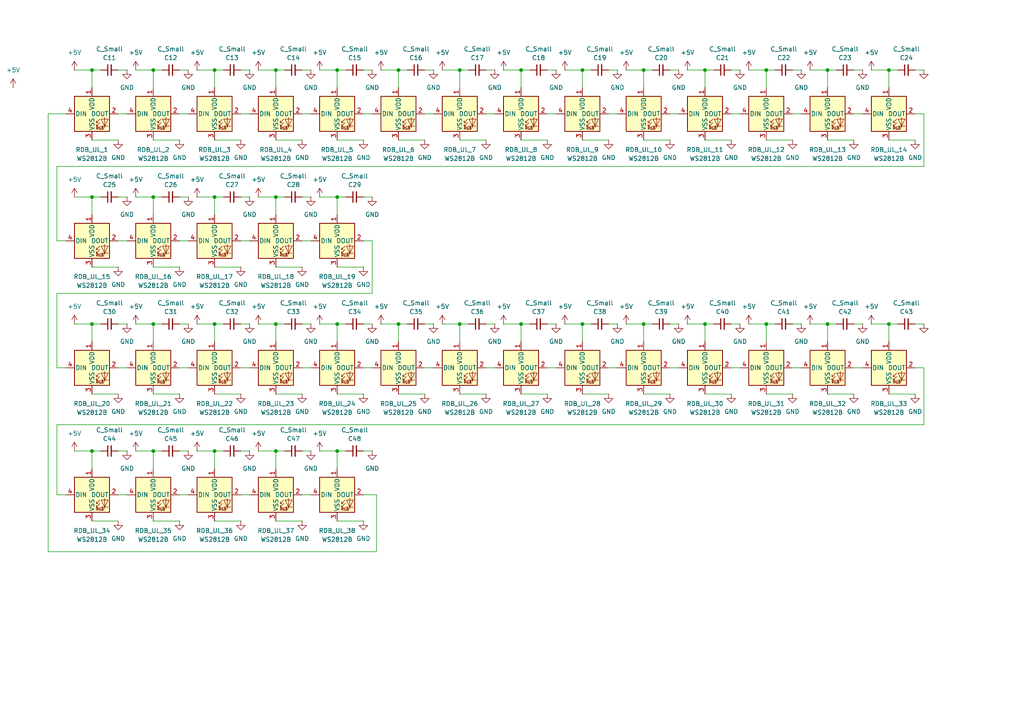
<source format=kicad_sch>
(kicad_sch (version 20231120) (generator "eeschema") (generator_version "8.0")
  (paper "A4")
  (junction (at 151.13 20.32))
  (junction (at 62.23 20.32))
  (junction (at 26.67 93.98))
  (junction (at 80.01 57.15))
  (junction (at 44.45 20.32))
  (junction (at 168.91 93.98))
  (junction (at 204.47 20.32))
  (junction (at 44.45 57.15))
  (junction (at 240.03 93.98))
  (junction (at 168.91 20.32))
  (junction (at 240.03 20.32))
  (junction (at 62.23 57.15))
  (junction (at 115.57 93.98))
  (junction (at 97.79 57.15))
  (junction (at 80.01 20.32))
  (junction (at 186.69 93.98))
  (junction (at 26.67 20.32))
  (junction (at 133.35 20.32))
  (junction (at 151.13 93.98))
  (junction (at 222.25 20.32))
  (junction (at 97.79 93.98))
  (junction (at 186.69 20.32))
  (junction (at 44.45 93.98))
  (junction (at 97.79 130.81))
  (junction (at 62.23 130.81))
  (junction (at 222.25 93.98))
  (junction (at 97.79 20.32))
  (junction (at 115.57 20.32))
  (junction (at 26.67 57.15))
  (junction (at 257.81 93.98))
  (junction (at 80.01 93.98))
  (junction (at 44.45 130.81))
  (junction (at 204.47 93.98))
  (junction (at 26.67 130.81))
  (junction (at 80.01 130.81))
  (junction (at 62.23 93.98))
  (junction (at 133.35 93.98))
  (junction (at 257.81 20.32))
  (wire (pts (xy 57.15 57.15) (xy 62.23 57.15)))
  (wire (pts (xy 97.79 20.32) (xy 97.79 25.4)))
  (wire (pts (xy 34.29 106.68) (xy 36.83 106.68)))
  (wire (pts (xy 74.93 57.15) (xy 80.01 57.15)))
  (wire (pts (xy 87.63 57.15) (xy 90.17 57.15)))
  (wire (pts (xy 26.67 151.13) (xy 34.29 151.13)))
  (wire (pts (xy 57.15 130.81) (xy 62.23 130.81)))
  (wire (pts (xy 34.29 69.85) (xy 36.83 69.85)))
  (wire (pts (xy 62.23 57.15) (xy 62.23 62.23)))
  (wire (pts (xy 115.57 20.32) (xy 115.57 25.4)))
  (wire (pts (xy 74.93 130.81) (xy 80.01 130.81)))
  (wire (pts (xy 176.53 33.02) (xy 179.07 33.02)))
  (wire (pts (xy 16.51 123.19) (xy 267.97 123.19)))
  (wire (pts (xy 105.41 130.81) (xy 107.95 130.81)))
  (wire (pts (xy 87.63 130.81) (xy 90.17 130.81)))
  (wire (pts (xy 80.01 114.3) (xy 87.63 114.3)))
  (wire (pts (xy 39.37 57.15) (xy 44.45 57.15)))
  (wire (pts (xy 52.07 93.98) (xy 54.61 93.98)))
  (wire (pts (xy 26.67 93.98) (xy 26.67 99.06)))
  (wire (pts (xy 247.65 33.02) (xy 250.19 33.02)))
  (wire (pts (xy 16.51 48.26) (xy 16.51 69.85)))
  (wire (pts (xy 105.41 57.15) (xy 107.95 57.15)))
  (wire (pts (xy 62.23 130.81) (xy 62.23 135.89)))
  (wire (pts (xy 57.15 93.98) (xy 62.23 93.98)))
  (wire (pts (xy 97.79 130.81) (xy 97.79 135.89)))
  (wire (pts (xy 44.45 130.81) (xy 44.45 135.89)))
  (wire (pts (xy 151.13 20.32) (xy 151.13 25.4)))
  (wire (pts (xy 97.79 57.15) (xy 97.79 62.23)))
  (wire (pts (xy 26.67 93.98) (xy 29.21 93.98)))
  (wire (pts (xy 44.45 114.3) (xy 52.07 114.3)))
  (wire (pts (xy 62.23 93.98) (xy 64.77 93.98)))
  (wire (pts (xy 52.07 130.81) (xy 54.61 130.81)))
  (wire (pts (xy 204.47 93.98) (xy 204.47 99.06)))
  (wire (pts (xy 39.37 130.81) (xy 44.45 130.81)))
  (wire (pts (xy 247.65 106.68) (xy 250.19 106.68)))
  (wire (pts (xy 115.57 114.3) (xy 123.19 114.3)))
  (wire (pts (xy 115.57 93.98) (xy 115.57 99.06)))
  (wire (pts (xy 87.63 20.32) (xy 90.17 20.32)))
  (wire (pts (xy 62.23 40.64) (xy 69.85 40.64)))
  (wire (pts (xy 140.97 33.02) (xy 143.51 33.02)))
  (wire (pts (xy 44.45 151.13) (xy 52.07 151.13)))
  (wire (pts (xy 252.73 93.98) (xy 257.81 93.98)))
  (wire (pts (xy 140.97 93.98) (xy 143.51 93.98)))
  (wire (pts (xy 105.41 106.68) (xy 107.95 106.68)))
  (wire (pts (xy 123.19 93.98) (xy 125.73 93.98)))
  (wire (pts (xy 52.07 106.68) (xy 54.61 106.68)))
  (wire (pts (xy 186.69 40.64) (xy 194.31 40.64)))
  (wire (pts (xy 229.87 106.68) (xy 232.41 106.68)))
  (wire (pts (xy 26.67 20.32) (xy 29.21 20.32)))
  (wire (pts (xy 92.71 57.15) (xy 97.79 57.15)))
  (wire (pts (xy 212.09 93.98) (xy 214.63 93.98)))
  (wire (pts (xy 69.85 130.81) (xy 72.39 130.81)))
  (wire (pts (xy 168.91 40.64) (xy 176.53 40.64)))
  (wire (pts (xy 110.49 20.32) (xy 115.57 20.32)))
  (wire (pts (xy 97.79 114.3) (xy 105.41 114.3)))
  (wire (pts (xy 80.01 93.98) (xy 82.55 93.98)))
  (wire (pts (xy 52.07 57.15) (xy 54.61 57.15)))
  (wire (pts (xy 74.93 93.98) (xy 80.01 93.98)))
  (wire (pts (xy 69.85 20.32) (xy 72.39 20.32)))
  (wire (pts (xy 39.37 20.32) (xy 44.45 20.32)))
  (wire (pts (xy 62.23 20.32) (xy 62.23 25.4)))
  (wire (pts (xy 34.29 20.32) (xy 36.83 20.32)))
  (wire (pts (xy 151.13 93.98) (xy 151.13 99.06)))
  (wire (pts (xy 52.07 69.85) (xy 54.61 69.85)))
  (wire (pts (xy 115.57 40.64) (xy 123.19 40.64)))
  (wire (pts (xy 146.05 93.98) (xy 151.13 93.98)))
  (wire (pts (xy 234.95 93.98) (xy 240.03 93.98)))
  (wire (pts (xy 69.85 143.51) (xy 72.39 143.51)))
  (wire (pts (xy 204.47 114.3) (xy 212.09 114.3)))
  (wire (pts (xy 44.45 57.15) (xy 46.99 57.15)))
  (wire (pts (xy 26.67 20.32) (xy 26.67 25.4)))
  (wire (pts (xy 44.45 77.47) (xy 52.07 77.47)))
  (wire (pts (xy 140.97 20.32) (xy 143.51 20.32)))
  (wire (pts (xy 217.17 93.98) (xy 222.25 93.98)))
  (wire (pts (xy 44.45 130.81) (xy 46.99 130.81)))
  (wire (pts (xy 80.01 77.47) (xy 87.63 77.47)))
  (wire (pts (xy 21.59 130.81) (xy 26.67 130.81)))
  (wire (pts (xy 229.87 93.98) (xy 232.41 93.98)))
  (wire (pts (xy 16.51 69.85) (xy 19.05 69.85)))
  (wire (pts (xy 34.29 93.98) (xy 36.83 93.98)))
  (wire (pts (xy 186.69 114.3) (xy 194.31 114.3)))
  (wire (pts (xy 222.25 20.32) (xy 222.25 25.4)))
  (wire (pts (xy 199.39 93.98) (xy 204.47 93.98)))
  (wire (pts (xy 62.23 20.32) (xy 64.77 20.32)))
  (wire (pts (xy 252.73 20.32) (xy 257.81 20.32)))
  (wire (pts (xy 257.81 20.32) (xy 260.35 20.32)))
  (wire (pts (xy 123.19 20.32) (xy 125.73 20.32)))
  (wire (pts (xy 87.63 143.51) (xy 90.17 143.51)))
  (wire (pts (xy 92.71 93.98) (xy 97.79 93.98)))
  (wire (pts (xy 204.47 40.64) (xy 212.09 40.64)))
  (wire (pts (xy 92.71 20.32) (xy 97.79 20.32)))
  (wire (pts (xy 34.29 33.02) (xy 36.83 33.02)))
  (wire (pts (xy 140.97 106.68) (xy 143.51 106.68)))
  (wire (pts (xy 62.23 57.15) (xy 64.77 57.15)))
  (wire (pts (xy 176.53 93.98) (xy 179.07 93.98)))
  (wire (pts (xy 69.85 106.68) (xy 72.39 106.68)))
  (wire (pts (xy 168.91 93.98) (xy 168.91 99.06)))
  (wire (pts (xy 26.67 77.47) (xy 34.29 77.47)))
  (wire (pts (xy 97.79 151.13) (xy 105.41 151.13)))
  (wire (pts (xy 21.59 57.15) (xy 26.67 57.15)))
  (wire (pts (xy 163.83 20.32) (xy 168.91 20.32)))
  (wire (pts (xy 222.25 114.3) (xy 229.87 114.3)))
  (wire (pts (xy 52.07 33.02) (xy 54.61 33.02)))
  (wire (pts (xy 115.57 93.98) (xy 118.11 93.98)))
  (wire (pts (xy 168.91 20.32) (xy 168.91 25.4)))
  (wire (pts (xy 133.35 20.32) (xy 133.35 25.4)))
  (wire (pts (xy 194.31 20.32) (xy 196.85 20.32)))
  (wire (pts (xy 123.19 106.68) (xy 125.73 106.68)))
  (wire (pts (xy 87.63 106.68) (xy 90.17 106.68)))
  (wire (pts (xy 204.47 20.32) (xy 204.47 25.4)))
  (wire (pts (xy 240.03 20.32) (xy 240.03 25.4)))
  (wire (pts (xy 110.49 93.98) (xy 115.57 93.98)))
  (wire (pts (xy 105.41 93.98) (xy 107.95 93.98)))
  (wire (pts (xy 52.07 20.32) (xy 54.61 20.32)))
  (wire (pts (xy 87.63 69.85) (xy 90.17 69.85)))
  (wire (pts (xy 257.81 40.64) (xy 265.43 40.64)))
  (wire (pts (xy 16.51 106.68) (xy 19.05 106.68)))
  (wire (pts (xy 158.75 93.98) (xy 161.29 93.98)))
  (wire (pts (xy 158.75 106.68) (xy 161.29 106.68)))
  (wire (pts (xy 257.81 93.98) (xy 260.35 93.98)))
  (wire (pts (xy 234.95 20.32) (xy 240.03 20.32)))
  (wire (pts (xy 146.05 20.32) (xy 151.13 20.32)))
  (wire (pts (xy 181.61 20.32) (xy 186.69 20.32)))
  (wire (pts (xy 204.47 93.98) (xy 207.01 93.98)))
  (wire (pts (xy 158.75 33.02) (xy 161.29 33.02)))
  (wire (pts (xy 105.41 143.51) (xy 109.22 143.51)))
  (wire (pts (xy 186.69 20.32) (xy 186.69 25.4)))
  (wire (pts (xy 186.69 93.98) (xy 186.69 99.06)))
  (wire (pts (xy 133.35 20.32) (xy 135.89 20.32)))
  (wire (pts (xy 151.13 114.3) (xy 158.75 114.3)))
  (wire (pts (xy 212.09 33.02) (xy 214.63 33.02)))
  (wire (pts (xy 265.43 93.98) (xy 267.97 93.98)))
  (wire (pts (xy 97.79 20.32) (xy 100.33 20.32)))
  (wire (pts (xy 163.83 93.98) (xy 168.91 93.98)))
  (wire (pts (xy 13.97 160.02) (xy 109.22 160.02)))
  (wire (pts (xy 186.69 93.98) (xy 189.23 93.98)))
  (wire (pts (xy 123.19 33.02) (xy 125.73 33.02)))
  (wire (pts (xy 92.71 130.81) (xy 97.79 130.81)))
  (wire (pts (xy 257.81 93.98) (xy 257.81 99.06)))
  (wire (pts (xy 151.13 20.32) (xy 153.67 20.32)))
  (wire (pts (xy 267.97 106.68) (xy 267.97 123.19)))
  (wire (pts (xy 194.31 33.02) (xy 196.85 33.02)))
  (wire (pts (xy 105.41 69.85) (xy 107.95 69.85)))
  (wire (pts (xy 222.25 40.64) (xy 229.87 40.64)))
  (wire (pts (xy 107.95 69.85) (xy 107.95 85.09)))
  (wire (pts (xy 240.03 40.64) (xy 247.65 40.64)))
  (wire (pts (xy 240.03 93.98) (xy 240.03 99.06)))
  (wire (pts (xy 194.31 93.98) (xy 196.85 93.98)))
  (wire (pts (xy 44.45 93.98) (xy 44.45 99.06)))
  (wire (pts (xy 80.01 151.13) (xy 87.63 151.13)))
  (wire (pts (xy 97.79 130.81) (xy 100.33 130.81)))
  (wire (pts (xy 34.29 130.81) (xy 36.83 130.81)))
  (wire (pts (xy 34.29 57.15) (xy 36.83 57.15)))
  (wire (pts (xy 247.65 20.32) (xy 250.19 20.32)))
  (wire (pts (xy 80.01 130.81) (xy 82.55 130.81)))
  (wire (pts (xy 240.03 114.3) (xy 247.65 114.3)))
  (wire (pts (xy 21.59 93.98) (xy 26.67 93.98)))
  (wire (pts (xy 39.37 93.98) (xy 44.45 93.98)))
  (wire (pts (xy 80.01 93.98) (xy 80.01 99.06)))
  (wire (pts (xy 229.87 33.02) (xy 232.41 33.02)))
  (wire (pts (xy 52.07 143.51) (xy 54.61 143.51)))
  (wire (pts (xy 105.41 33.02) (xy 107.95 33.02)))
  (wire (pts (xy 87.63 93.98) (xy 90.17 93.98)))
  (wire (pts (xy 181.61 93.98) (xy 186.69 93.98)))
  (wire (pts (xy 212.09 20.32) (xy 214.63 20.32)))
  (wire (pts (xy 44.45 57.15) (xy 44.45 62.23)))
  (wire (pts (xy 151.13 93.98) (xy 153.67 93.98)))
  (wire (pts (xy 265.43 106.68) (xy 267.97 106.68)))
  (wire (pts (xy 199.39 20.32) (xy 204.47 20.32)))
  (wire (pts (xy 97.79 77.47) (xy 105.41 77.47)))
  (wire (pts (xy 212.09 106.68) (xy 214.63 106.68)))
  (wire (pts (xy 217.17 20.32) (xy 222.25 20.32)))
  (wire (pts (xy 26.67 114.3) (xy 34.29 114.3)))
  (wire (pts (xy 62.23 93.98) (xy 62.23 99.06)))
  (wire (pts (xy 151.13 40.64) (xy 158.75 40.64)))
  (wire (pts (xy 19.05 33.02) (xy 13.97 33.02)))
  (wire (pts (xy 26.67 130.81) (xy 26.67 135.89)))
  (wire (pts (xy 69.85 57.15) (xy 72.39 57.15)))
  (wire (pts (xy 204.47 20.32) (xy 207.01 20.32)))
  (wire (pts (xy 87.63 33.02) (xy 90.17 33.02)))
  (wire (pts (xy 16.51 85.09) (xy 107.95 85.09)))
  (wire (pts (xy 158.75 20.32) (xy 161.29 20.32)))
  (wire (pts (xy 13.97 33.02) (xy 13.97 160.02)))
  (wire (pts (xy 16.51 123.19) (xy 16.51 143.51)))
  (wire (pts (xy 222.25 93.98) (xy 222.25 99.06)))
  (wire (pts (xy 257.81 114.3) (xy 265.43 114.3)))
  (wire (pts (xy 69.85 33.02) (xy 72.39 33.02)))
  (wire (pts (xy 80.01 20.32) (xy 82.55 20.32)))
  (wire (pts (xy 168.91 93.98) (xy 171.45 93.98)))
  (wire (pts (xy 26.67 57.15) (xy 29.21 57.15)))
  (wire (pts (xy 97.79 93.98) (xy 100.33 93.98)))
  (wire (pts (xy 222.25 93.98) (xy 224.79 93.98)))
  (wire (pts (xy 16.51 85.09) (xy 16.51 106.68)))
  (wire (pts (xy 97.79 93.98) (xy 97.79 99.06)))
  (wire (pts (xy 62.23 130.81) (xy 64.77 130.81)))
  (wire (pts (xy 133.35 114.3) (xy 140.97 114.3)))
  (wire (pts (xy 57.15 20.32) (xy 62.23 20.32)))
  (wire (pts (xy 80.01 57.15) (xy 82.55 57.15)))
  (wire (pts (xy 80.01 57.15) (xy 80.01 62.23)))
  (wire (pts (xy 176.53 20.32) (xy 179.07 20.32)))
  (wire (pts (xy 128.27 20.32) (xy 133.35 20.32)))
  (wire (pts (xy 74.93 20.32) (xy 80.01 20.32)))
  (wire (pts (xy 267.97 48.26) (xy 16.51 48.26)))
  (wire (pts (xy 176.53 106.68) (xy 179.07 106.68)))
  (wire (pts (xy 69.85 69.85) (xy 72.39 69.85)))
  (wire (pts (xy 240.03 20.32) (xy 242.57 20.32)))
  (wire (pts (xy 44.45 20.32) (xy 44.45 25.4)))
  (wire (pts (xy 133.35 93.98) (xy 135.89 93.98)))
  (wire (pts (xy 247.65 93.98) (xy 250.19 93.98)))
  (wire (pts (xy 62.23 151.13) (xy 69.85 151.13)))
  (wire (pts (xy 194.31 106.68) (xy 196.85 106.68)))
  (wire (pts (xy 26.67 57.15) (xy 26.67 62.23)))
  (wire (pts (xy 267.97 33.02) (xy 267.97 48.26)))
  (wire (pts (xy 133.35 93.98) (xy 133.35 99.06)))
  (wire (pts (xy 80.01 40.64) (xy 87.63 40.64)))
  (wire (pts (xy 69.85 93.98) (xy 72.39 93.98)))
  (wire (pts (xy 168.91 20.32) (xy 171.45 20.32)))
  (wire (pts (xy 34.29 143.51) (xy 36.83 143.51)))
  (wire (pts (xy 265.43 33.02) (xy 267.97 33.02)))
  (wire (pts (xy 222.25 20.32) (xy 224.79 20.32)))
  (wire (pts (xy 186.69 20.32) (xy 189.23 20.32)))
  (wire (pts (xy 133.35 40.64) (xy 140.97 40.64)))
  (wire (pts (xy 97.79 40.64) (xy 105.41 40.64)))
  (wire (pts (xy 26.67 130.81) (xy 29.21 130.81)))
  (wire (pts (xy 44.45 20.32) (xy 46.99 20.32)))
  (wire (pts (xy 26.67 40.64) (xy 34.29 40.64)))
  (wire (pts (xy 109.22 160.02) (xy 109.22 143.51)))
  (wire (pts (xy 229.87 20.32) (xy 232.41 20.32)))
  (wire (pts (xy 168.91 114.3) (xy 176.53 114.3)))
  (wire (pts (xy 265.43 20.32) (xy 267.97 20.32)))
  (wire (pts (xy 44.45 40.64) (xy 52.07 40.64)))
  (wire (pts (xy 44.45 93.98) (xy 46.99 93.98)))
  (wire (pts (xy 97.79 57.15) (xy 100.33 57.15)))
  (wire (pts (xy 128.27 93.98) (xy 133.35 93.98)))
  (wire (pts (xy 115.57 20.32) (xy 118.11 20.32)))
  (wire (pts (xy 105.41 20.32) (xy 107.95 20.32)))
  (wire (pts (xy 21.59 20.32) (xy 26.67 20.32)))
  (wire (pts (xy 80.01 130.81) (xy 80.01 135.89)))
  (wire (pts (xy 62.23 77.47) (xy 69.85 77.47)))
  (wire (pts (xy 62.23 114.3) (xy 69.85 114.3)))
  (wire (pts (xy 240.03 93.98) (xy 242.57 93.98)))
  (wire (pts (xy 257.81 20.32) (xy 257.81 25.4)))
  (wire (pts (xy 80.01 20.32) (xy 80.01 25.4)))
  (wire (pts (xy 16.51 143.51) (xy 19.05 143.51)))
  (symbol (lib_id "Device:C_Small") (at 49.53 130.81 90) (unit 1)
    (property "Reference" "C45" (at 49.53 127.254 90))
    (property "Value" "C_Small" (at 49.53 124.714 90))
    (property "Description" "Unpolarized capacitor, small symbol" (effects (hide yes)))
  )
  (symbol (lib_id "Device:C_Small") (at 173.99 20.32 90) (unit 1)
    (property "Reference" "C19" (at 173.99 16.764 90))
    (property "Value" "C_Small" (at 173.99 14.224 90))
    (property "Description" "Unpolarized capacitor, small symbol" (effects (hide yes)))
  )
  (symbol (lib_id "power:GND") (at 179.07 93.98 0) (unit 1)
    (property "Reference" "#PWR092" (effects (hide yes)))
    (property "Value" "GND" (at 179.07 99.06 0))
    (property "Description" "Power symbol creates a global label with name \"GND\" , ground" (effects (hide yes)))
  )
  (symbol (lib_id "power:GND") (at 90.17 57.15 0) (unit 1)
    (property "Reference" "#PWR067" (effects (hide yes)))
    (property "Value" "GND" (at 90.17 62.23 0))
    (property "Description" "Power symbol creates a global label with name \"GND\" , ground" (effects (hide yes)))
  )
  (symbol (lib_id "power:GND") (at 250.19 93.98 0) (unit 1)
    (property "Reference" "#PWR0100" (effects (hide yes)))
    (property "Value" "GND" (at 250.19 99.06 0))
    (property "Description" "Power symbol creates a global label with name \"GND\" , ground" (effects (hide yes)))
  )
  (symbol (lib_id "power:+5V") (at 74.93 93.98 0) (unit 1)
    (property "Reference" "#PWR081" (effects (hide yes)))
    (property "Value" "+5V" (at 74.93 88.9 0))
    (property "Description" "Power symbol creates a global label with name \"+5V\"" (effects (hide yes)))
  )
  (symbol (lib_id "power:GND") (at 107.95 130.81 0) (unit 1)
    (property "Reference" "#PWR0126" (effects (hide yes)))
    (property "Value" "GND" (at 107.95 135.89 0))
    (property "Description" "Power symbol creates a global label with name \"GND\" , ground" (effects (hide yes)))
  )
  (symbol (lib_id "Device:C_Small") (at 67.31 20.32 90) (unit 1)
    (property "Reference" "C13" (at 67.31 16.764 90))
    (property "Value" "C_Small" (at 67.31 14.224 90))
    (property "Description" "Unpolarized capacitor, small symbol" (effects (hide yes)))
  )
  (symbol (lib_id "power:GND") (at 161.29 93.98 0) (unit 1)
    (property "Reference" "#PWR090" (effects (hide yes)))
    (property "Value" "GND" (at 161.29 99.06 0))
    (property "Description" "Power symbol creates a global label with name \"GND\" , ground" (effects (hide yes)))
  )
  (symbol (lib_id "LED:WS2812B") (at 257.81 106.68 0) (unit 1)
    (property "Reference" "RDB_UL_33" (at 257.81 117.094 0))
    (property "Value" "WS2812B" (at 257.81 119.634 0))
    (property "Footprint" "LED_SMD:LED_WS2812B_PLCC4_5.0x5.0mm_P3.2mm" (effects (hide yes)))
    (property "Datasheet" "https://cdn-shop.adafruit.com/datasheets/WS2812B.pdf" (effects (hide yes)))
    (property "Description" "RGB LED with integrated controller" (effects (hide yes)))
  )
  (symbol (lib_id "power:GND") (at 52.07 114.3 0) (unit 1)
    (property "Reference" "#PWR0104" (effects (hide yes)))
    (property "Value" "GND" (at 52.07 119.38 0))
    (property "Description" "Power symbol creates a global label with name \"GND\" , ground" (effects (hide yes)))
  )
  (symbol (lib_id "Device:C_Small") (at 156.21 20.32 90) (unit 1)
    (property "Reference" "C18" (at 156.21 16.764 90))
    (property "Value" "C_Small" (at 156.21 14.224 90))
    (property "Description" "Unpolarized capacitor, small symbol" (effects (hide yes)))
  )
  (symbol (lib_id "power:+5V") (at 110.49 20.32 0) (unit 1)
    (property "Reference" "#PWR032" (effects (hide yes)))
    (property "Value" "+5V" (at 110.49 15.24 0))
    (property "Description" "Power symbol creates a global label with name \"+5V\"" (effects (hide yes)))
  )
  (symbol (lib_id "power:GND") (at 214.63 93.98 0) (unit 1)
    (property "Reference" "#PWR096" (effects (hide yes)))
    (property "Value" "GND" (at 214.63 99.06 0))
    (property "Description" "Power symbol creates a global label with name \"GND\" , ground" (effects (hide yes)))
  )
  (symbol (lib_id "power:GND") (at 34.29 151.13 0) (unit 1)
    (property "Reference" "#PWR0127" (effects (hide yes)))
    (property "Value" "GND" (at 34.29 156.21 0))
    (property "Description" "Power symbol creates a global label with name \"GND\" , ground" (effects (hide yes)))
  )
  (symbol (lib_id "power:GND") (at 87.63 114.3 0) (unit 1)
    (property "Reference" "#PWR0106" (effects (hide yes)))
    (property "Value" "GND" (at 87.63 119.38 0))
    (property "Description" "Power symbol creates a global label with name \"GND\" , ground" (effects (hide yes)))
  )
  (symbol (lib_id "power:GND") (at 267.97 20.32 0) (unit 1)
    (property "Reference" "#PWR057" (effects (hide yes)))
    (property "Value" "GND" (effects (hide yes)))
    (property "Description" "Power symbol creates a global label with name \"GND\" , ground" (effects (hide yes)))
  )
  (symbol (lib_id "power:+5V") (at 39.37 20.32 0) (unit 1)
    (property "Reference" "#PWR021" (effects (hide yes)))
    (property "Value" "+5V" (at 39.37 15.24 0))
    (property "Description" "Power symbol creates a global label with name \"+5V\"" (effects (hide yes)))
  )
  (symbol (lib_id "LED:WS2812B") (at 115.57 33.02 0) (unit 1)
    (property "Reference" "RDB_UL_6" (at 115.57 43.434 0))
    (property "Value" "WS2812B" (at 115.57 45.974 0))
    (property "Footprint" "LED_SMD:LED_WS2812B_PLCC4_5.0x5.0mm_P3.2mm" (effects (hide yes)))
    (property "Datasheet" "https://cdn-shop.adafruit.com/datasheets/WS2812B.pdf" (effects (hide yes)))
    (property "Description" "RGB LED with integrated controller" (effects (hide yes)))
  )
  (symbol (lib_id "power:+5V") (at 21.59 130.81 0) (unit 1)
    (property "Reference" "#PWR0117" (effects (hide yes)))
    (property "Value" "+5V" (at 21.59 125.73 0))
    (property "Description" "Power symbol creates a global label with name \"+5V\"" (effects (hide yes)))
  )
  (symbol (lib_id "Device:C_Small") (at 138.43 93.98 90) (unit 1)
    (property "Reference" "C36" (at 138.43 90.424 90))
    (property "Value" "C_Small" (at 138.43 87.884 90))
    (property "Description" "Unpolarized capacitor, small symbol" (effects (hide yes)))
  )
  (symbol (lib_id "power:GND") (at 265.43 114.3 0) (unit 1)
    (property "Reference" "#PWR0116" (effects (hide yes)))
    (property "Value" "GND" (at 265.43 119.38 0))
    (property "Description" "Power symbol creates a global label with name \"GND\" , ground" (effects (hide yes)))
  )
  (symbol (lib_id "LED:WS2812B") (at 240.03 106.68 0) (unit 1)
    (property "Reference" "RDB_UL_32" (at 240.03 117.094 0))
    (property "Value" "WS2812B" (at 240.03 119.634 0))
    (property "Footprint" "LED_SMD:LED_WS2812B_PLCC4_5.0x5.0mm_P3.2mm" (effects (hide yes)))
    (property "Datasheet" "https://cdn-shop.adafruit.com/datasheets/WS2812B.pdf" (effects (hide yes)))
    (property "Description" "RGB LED with integrated controller" (effects (hide yes)))
  )
  (symbol (lib_id "power:GND") (at 247.65 114.3 0) (unit 1)
    (property "Reference" "#PWR0115" (effects (hide yes)))
    (property "Value" "GND" (at 247.65 119.38 0))
    (property "Description" "Power symbol creates a global label with name \"GND\" , ground" (effects (hide yes)))
  )
  (symbol (lib_id "power:GND") (at 90.17 20.32 0) (unit 1)
    (property "Reference" "#PWR027" (effects (hide yes)))
    (property "Value" "GND" (at 90.17 25.4 0))
    (property "Description" "Power symbol creates a global label with name \"GND\" , ground" (effects (hide yes)))
  )
  (symbol (lib_id "power:GND") (at 179.07 20.32 0) (unit 1)
    (property "Reference" "#PWR043" (effects (hide yes)))
    (property "Value" "GND" (at 179.07 25.4 0))
    (property "Description" "Power symbol creates a global label with name \"GND\" , ground" (effects (hide yes)))
  )
  (symbol (lib_id "LED:WS2812B") (at 168.91 33.02 0) (unit 1)
    (property "Reference" "RDB_UL_9" (at 168.91 43.434 0))
    (property "Value" "WS2812B" (at 168.91 45.974 0))
    (property "Footprint" "LED_SMD:LED_WS2812B_PLCC4_5.0x5.0mm_P3.2mm" (effects (hide yes)))
    (property "Datasheet" "https://cdn-shop.adafruit.com/datasheets/WS2812B.pdf" (effects (hide yes)))
    (property "Description" "RGB LED with integrated controller" (effects (hide yes)))
  )
  (symbol (lib_id "power:+5V") (at 39.37 57.15 0) (unit 1)
    (property "Reference" "#PWR060" (effects (hide yes)))
    (property "Value" "+5V" (at 39.37 52.07 0))
    (property "Description" "Power symbol creates a global label with name \"+5V\"" (effects (hide yes)))
  )
  (symbol (lib_id "LED:WS2812B") (at 204.47 106.68 0) (unit 1)
    (property "Reference" "RDB_UL_30" (at 204.47 117.094 0))
    (property "Value" "WS2812B" (at 204.47 119.634 0))
    (property "Footprint" "LED_SMD:LED_WS2812B_PLCC4_5.0x5.0mm_P3.2mm" (effects (hide yes)))
    (property "Datasheet" "https://cdn-shop.adafruit.com/datasheets/WS2812B.pdf" (effects (hide yes)))
    (property "Description" "RGB LED with integrated controller" (effects (hide yes)))
  )
  (symbol (lib_id "LED:WS2812B") (at 257.81 33.02 0) (unit 1)
    (property "Reference" "RDB_UL_14" (at 257.81 43.434 0))
    (property "Value" "WS2812B" (at 257.81 45.974 0))
    (property "Footprint" "LED_SMD:LED_WS2812B_PLCC4_5.0x5.0mm_P3.2mm" (effects (hide yes)))
    (property "Datasheet" "https://cdn-shop.adafruit.com/datasheets/WS2812B.pdf" (effects (hide yes)))
    (property "Description" "RGB LED with integrated controller" (effects (hide yes)))
  )
  (symbol (lib_id "power:GND") (at 212.09 40.64 0) (unit 1)
    (property "Reference" "#PWR052" (effects (hide yes)))
    (property "Value" "GND" (at 212.09 45.72 0))
    (property "Description" "Power symbol creates a global label with name \"GND\" , ground" (effects (hide yes)))
  )
  (symbol (lib_id "power:GND") (at 140.97 114.3 0) (unit 1)
    (property "Reference" "#PWR0109" (effects (hide yes)))
    (property "Value" "GND" (at 140.97 119.38 0))
    (property "Description" "Power symbol creates a global label with name \"GND\" , ground" (effects (hide yes)))
  )
  (symbol (lib_id "Device:C_Small") (at 191.77 20.32 90) (unit 1)
    (property "Reference" "C20" (at 191.77 16.764 90))
    (property "Value" "C_Small" (at 191.77 14.224 90))
    (property "Description" "Unpolarized capacitor, small symbol" (effects (hide yes)))
  )
  (symbol (lib_id "power:+5V") (at 199.39 93.98 0) (unit 1)
    (property "Reference" "#PWR095" (effects (hide yes)))
    (property "Value" "+5V" (at 199.39 88.9 0))
    (property "Description" "Power symbol creates a global label with name \"+5V\"" (effects (hide yes)))
  )
  (symbol (lib_id "LED:WS2812B") (at 80.01 69.85 0) (unit 1)
    (property "Reference" "RDB_UL_18" (at 80.01 80.264 0))
    (property "Value" "WS2812B" (at 80.01 82.804 0))
    (property "Footprint" "LED_SMD:LED_WS2812B_PLCC4_5.0x5.0mm_P3.2mm" (effects (hide yes)))
    (property "Datasheet" "https://cdn-shop.adafruit.com/datasheets/WS2812B.pdf" (effects (hide yes)))
    (property "Description" "RGB LED with integrated controller" (effects (hide yes)))
  )
  (symbol (lib_id "LED:WS2812B") (at 44.45 33.02 0) (unit 1)
    (property "Reference" "RDB_UL_2" (at 44.45 43.434 0))
    (property "Value" "WS2812B" (at 44.45 45.974 0))
    (property "Footprint" "LED_SMD:LED_WS2812B_PLCC4_5.0x5.0mm_P3.2mm" (effects (hide yes)))
    (property "Datasheet" "https://cdn-shop.adafruit.com/datasheets/WS2812B.pdf" (effects (hide yes)))
    (property "Description" "RGB LED with integrated controller" (effects (hide yes)))
  )
  (symbol (lib_id "power:GND") (at 90.17 130.81 0) (unit 1)
    (property "Reference" "#PWR0124" (effects (hide yes)))
    (property "Value" "GND" (at 90.17 135.89 0))
    (property "Description" "Power symbol creates a global label with name \"GND\" , ground" (effects (hide yes)))
  )
  (symbol (lib_id "power:GND") (at 36.83 93.98 0) (unit 1)
    (property "Reference" "#PWR076" (effects (hide yes)))
    (property "Value" "GND" (at 36.83 99.06 0))
    (property "Description" "Power symbol creates a global label with name \"GND\" , ground" (effects (hide yes)))
  )
  (symbol (lib_id "Device:C_Small") (at 85.09 20.32 90) (unit 1)
    (property "Reference" "C14" (at 85.09 16.764 90))
    (property "Value" "C_Small" (at 85.09 14.224 90))
    (property "Description" "Unpolarized capacitor, small symbol" (effects (hide yes)))
  )
  (symbol (lib_id "power:GND") (at 87.63 77.47 0) (unit 1)
    (property "Reference" "#PWR073" (effects (hide yes)))
    (property "Value" "GND" (at 87.63 82.55 0))
    (property "Description" "Power symbol creates a global label with name \"GND\" , ground" (effects (hide yes)))
  )
  (symbol (lib_id "Device:C_Small") (at 49.53 20.32 90) (unit 1)
    (property "Reference" "C12" (at 49.53 16.764 90))
    (property "Value" "C_Small" (at 49.53 14.224 90))
    (property "Description" "Unpolarized capacitor, small symbol" (effects (hide yes)))
  )
  (symbol (lib_id "LED:WS2812B") (at 168.91 106.68 0) (unit 1)
    (property "Reference" "RDB_UL_28" (at 168.91 117.094 0))
    (property "Value" "WS2812B" (at 168.91 119.634 0))
    (property "Footprint" "LED_SMD:LED_WS2812B_PLCC4_5.0x5.0mm_P3.2mm" (effects (hide yes)))
    (property "Datasheet" "https://cdn-shop.adafruit.com/datasheets/WS2812B.pdf" (effects (hide yes)))
    (property "Description" "RGB LED with integrated controller" (effects (hide yes)))
  )
  (symbol (lib_id "power:GND") (at 125.73 20.32 0) (unit 1)
    (property "Reference" "#PWR033" (effects (hide yes)))
    (property "Value" "GND" (at 125.73 25.4 0))
    (property "Description" "Power symbol creates a global label with name \"GND\" , ground" (effects (hide yes)))
  )
  (symbol (lib_id "power:+5V") (at 57.15 130.81 0) (unit 1)
    (property "Reference" "#PWR0121" (effects (hide yes)))
    (property "Value" "+5V" (at 57.15 125.73 0))
    (property "Description" "Power symbol creates a global label with name \"+5V\"" (effects (hide yes)))
  )
  (symbol (lib_id "power:GND") (at 69.85 114.3 0) (unit 1)
    (property "Reference" "#PWR0105" (effects (hide yes)))
    (property "Value" "GND" (at 69.85 119.38 0))
    (property "Description" "Power symbol creates a global label with name \"GND\" , ground" (effects (hide yes)))
  )
  (symbol (lib_id "Device:C_Small") (at 120.65 20.32 90) (unit 1)
    (property "Reference" "C16" (at 120.65 16.764 90))
    (property "Value" "C_Small" (at 120.65 14.224 90))
    (property "Description" "Unpolarized capacitor, small symbol" (effects (hide yes)))
  )
  (symbol (lib_id "power:+5V") (at 252.73 93.98 0) (unit 1)
    (property "Reference" "#PWR0101" (effects (hide yes)))
    (property "Value" "+5V" (at 252.73 88.9 0))
    (property "Description" "Power symbol creates a global label with name \"+5V\"" (effects (hide yes)))
  )
  (symbol (lib_id "power:+5V") (at 39.37 93.98 0) (unit 1)
    (property "Reference" "#PWR077" (effects (hide yes)))
    (property "Value" "+5V" (at 39.37 88.9 0))
    (property "Description" "Power symbol creates a global label with name \"+5V\"" (effects (hide yes)))
  )
  (symbol (lib_id "power:+5V") (at 57.15 20.32 0) (unit 1)
    (property "Reference" "#PWR024" (effects (hide yes)))
    (property "Value" "+5V" (at 57.15 15.24 0))
    (property "Description" "Power symbol creates a global label with name \"+5V\"" (effects (hide yes)))
  )
  (symbol (lib_id "power:GND") (at 107.95 93.98 0) (unit 1)
    (property "Reference" "#PWR084" (effects (hide yes)))
    (property "Value" "GND" (at 107.95 99.06 0))
    (property "Description" "Power symbol creates a global label with name \"GND\" , ground" (effects (hide yes)))
  )
  (symbol (lib_id "power:GND") (at 107.95 57.15 0) (unit 1)
    (property "Reference" "#PWR069" (effects (hide yes)))
    (property "Value" "GND" (at 107.95 62.23 0))
    (property "Description" "Power symbol creates a global label with name \"GND\" , ground" (effects (hide yes)))
  )
  (symbol (lib_id "LED:WS2812B") (at 97.79 143.51 0) (unit 1)
    (property "Reference" "RDB_UL_38" (at 97.79 153.924 0))
    (property "Value" "WS2812B" (at 97.79 156.464 0))
    (property "Footprint" "LED_SMD:LED_WS2812B_PLCC4_5.0x5.0mm_P3.2mm" (effects (hide yes)))
    (property "Datasheet" "https://cdn-shop.adafruit.com/datasheets/WS2812B.pdf" (effects (hide yes)))
    (property "Description" "RGB LED with integrated controller" (effects (hide yes)))
  )
  (symbol (lib_id "Device:C_Small") (at 85.09 93.98 90) (unit 1)
    (property "Reference" "C33" (at 85.09 90.424 90))
    (property "Value" "C_Small" (at 85.09 87.884 90))
    (property "Description" "Unpolarized capacitor, small symbol" (effects (hide yes)))
  )
  (symbol (lib_id "power:+5V") (at 163.83 93.98 0) (unit 1)
    (property "Reference" "#PWR091" (effects (hide yes)))
    (property "Value" "+5V" (at 163.83 88.9 0))
    (property "Description" "Power symbol creates a global label with name \"+5V\"" (effects (hide yes)))
  )
  (symbol (lib_id "power:GND") (at 158.75 114.3 0) (unit 1)
    (property "Reference" "#PWR0110" (effects (hide yes)))
    (property "Value" "GND" (at 158.75 119.38 0))
    (property "Description" "Power symbol creates a global label with name \"GND\" , ground" (effects (hide yes)))
  )
  (symbol (lib_id "Device:C_Small") (at 227.33 93.98 90) (unit 1)
    (property "Reference" "C41" (at 227.33 90.424 90))
    (property "Value" "C_Small" (at 227.33 87.884 90))
    (property "Description" "Unpolarized capacitor, small symbol" (effects (hide yes)))
  )
  (symbol (lib_id "power:GND") (at 250.19 20.32 0) (unit 1)
    (property "Reference" "#PWR055" (effects (hide yes)))
    (property "Value" "GND" (at 250.19 25.4 0))
    (property "Description" "Power symbol creates a global label with name \"GND\" , ground" (effects (hide yes)))
  )
  (symbol (lib_id "LED:WS2812B") (at 62.23 106.68 0) (unit 1)
    (property "Reference" "RDB_UL_22" (at 62.23 117.094 0))
    (property "Value" "WS2812B" (at 62.23 119.634 0))
    (property "Footprint" "LED_SMD:LED_WS2812B_PLCC4_5.0x5.0mm_P3.2mm" (effects (hide yes)))
    (property "Datasheet" "https://cdn-shop.adafruit.com/datasheets/WS2812B.pdf" (effects (hide yes)))
    (property "Description" "RGB LED with integrated controller" (effects (hide yes)))
  )
  (symbol (lib_id "Device:C_Small") (at 102.87 20.32 90) (unit 1)
    (property "Reference" "C15" (at 102.87 16.764 90))
    (property "Value" "C_Small" (at 102.87 14.224 90))
    (property "Description" "Unpolarized capacitor, small symbol" (effects (hide yes)))
  )
  (symbol (lib_id "power:GND") (at 229.87 40.64 0) (unit 1)
    (property "Reference" "#PWR053" (effects (hide yes)))
    (property "Value" "GND" (at 229.87 45.72 0))
    (property "Description" "Power symbol creates a global label with name \"GND\" , ground" (effects (hide yes)))
  )
  (symbol (lib_id "power:GND") (at 158.75 40.64 0) (unit 1)
    (property "Reference" "#PWR041" (effects (hide yes)))
    (property "Value" "GND" (at 158.75 45.72 0))
    (property "Description" "Power symbol creates a global label with name \"GND\" , ground" (effects (hide yes)))
  )
  (symbol (lib_id "power:GND") (at 72.39 93.98 0) (unit 1)
    (property "Reference" "#PWR080" (effects (hide yes)))
    (property "Value" "GND" (at 72.39 99.06 0))
    (property "Description" "Power symbol creates a global label with name \"GND\" , ground" (effects (hide yes)))
  )
  (symbol (lib_id "Device:C_Small") (at 102.87 130.81 90) (unit 1)
    (property "Reference" "C48" (at 102.87 127.254 90))
    (property "Value" "C_Small" (at 102.87 124.714 90))
    (property "Description" "Unpolarized capacitor, small symbol" (effects (hide yes)))
  )
  (symbol (lib_id "power:GND") (at 105.41 40.64 0) (unit 1)
    (property "Reference" "#PWR038" (effects (hide yes)))
    (property "Value" "GND" (at 105.41 45.72 0))
    (property "Description" "Power symbol creates a global label with name \"GND\" , ground" (effects (hide yes)))
  )
  (symbol (lib_id "power:+5V") (at 74.93 57.15 0) (unit 1)
    (property "Reference" "#PWR066" (effects (hide yes)))
    (property "Value" "+5V" (at 74.93 52.07 0))
    (property "Description" "Power symbol creates a global label with name \"+5V\"" (effects (hide yes)))
  )
  (symbol (lib_id "LED:WS2812B") (at 80.01 106.68 0) (unit 1)
    (property "Reference" "RDB_UL_23" (at 80.01 117.094 0))
    (property "Value" "WS2812B" (at 80.01 119.634 0))
    (property "Footprint" "LED_SMD:LED_WS2812B_PLCC4_5.0x5.0mm_P3.2mm" (effects (hide yes)))
    (property "Datasheet" "https://cdn-shop.adafruit.com/datasheets/WS2812B.pdf" (effects (hide yes)))
    (property "Description" "RGB LED with integrated controller" (effects (hide yes)))
  )
  (symbol (lib_id "power:GND") (at 229.87 114.3 0) (unit 1)
    (property "Reference" "#PWR0114" (effects (hide yes)))
    (property "Value" "GND" (at 229.87 119.38 0))
    (property "Description" "Power symbol creates a global label with name \"GND\" , ground" (effects (hide yes)))
  )
  (symbol (lib_id "LED:WS2812B") (at 186.69 106.68 0) (unit 1)
    (property "Reference" "RDB_UL_29" (at 186.69 117.094 0))
    (property "Value" "WS2812B" (at 186.69 119.634 0))
    (property "Footprint" "LED_SMD:LED_WS2812B_PLCC4_5.0x5.0mm_P3.2mm" (effects (hide yes)))
    (property "Datasheet" "https://cdn-shop.adafruit.com/datasheets/WS2812B.pdf" (effects (hide yes)))
    (property "Description" "RGB LED with integrated controller" (effects (hide yes)))
  )
  (symbol (lib_id "LED:WS2812B") (at 62.23 69.85 0) (unit 1)
    (property "Reference" "RDB_UL_17" (at 62.23 80.264 0))
    (property "Value" "WS2812B" (at 62.23 82.804 0))
    (property "Footprint" "LED_SMD:LED_WS2812B_PLCC4_5.0x5.0mm_P3.2mm" (effects (hide yes)))
    (property "Datasheet" "https://cdn-shop.adafruit.com/datasheets/WS2812B.pdf" (effects (hide yes)))
    (property "Description" "RGB LED with integrated controller" (effects (hide yes)))
  )
  (symbol (lib_id "Device:C_Small") (at 85.09 57.15 90) (unit 1)
    (property "Reference" "C28" (at 85.09 53.594 90))
    (property "Value" "C_Small" (at 85.09 51.054 90))
    (property "Description" "Unpolarized capacitor, small symbol" (effects (hide yes)))
  )
  (symbol (lib_id "power:GND") (at 34.29 77.47 0) (unit 1)
    (property "Reference" "#PWR070" (effects (hide yes)))
    (property "Value" "GND" (at 34.29 82.55 0))
    (property "Description" "Power symbol creates a global label with name \"GND\" , ground" (effects (hide yes)))
  )
  (symbol (lib_id "Device:C_Small") (at 102.87 57.15 90) (unit 1)
    (property "Reference" "C29" (at 102.87 53.594 90))
    (property "Value" "C_Small" (at 102.87 51.054 90))
    (property "Description" "Unpolarized capacitor, small symbol" (effects (hide yes)))
  )
  (symbol (lib_id "power:+5V") (at 146.05 20.32 0) (unit 1)
    (property "Reference" "#PWR036" (effects (hide yes)))
    (property "Value" "+5V" (at 146.05 15.24 0))
    (property "Description" "Power symbol creates a global label with name \"+5V\"" (effects (hide yes)))
  )
  (symbol (lib_id "power:GND") (at 36.83 57.15 0) (unit 1)
    (property "Reference" "#PWR059" (effects (hide yes)))
    (property "Value" "GND" (at 36.83 62.23 0))
    (property "Description" "Power symbol creates a global label with name \"GND\" , ground" (effects (hide yes)))
  )
  (symbol (lib_id "power:GND") (at 196.85 20.32 0) (unit 1)
    (property "Reference" "#PWR045" (effects (hide yes)))
    (property "Value" "GND" (at 196.85 25.4 0))
    (property "Description" "Power symbol creates a global label with name \"GND\" , ground" (effects (hide yes)))
  )
  (symbol (lib_id "power:GND") (at 54.61 57.15 0) (unit 1)
    (property "Reference" "#PWR061" (effects (hide yes)))
    (property "Value" "GND" (at 54.61 62.23 0))
    (property "Description" "Power symbol creates a global label with name \"GND\" , ground" (effects (hide yes)))
  )
  (symbol (lib_id "power:+5V") (at 181.61 93.98 0) (unit 1)
    (property "Reference" "#PWR093" (effects (hide yes)))
    (property "Value" "+5V" (at 181.61 88.9 0))
    (property "Description" "Power symbol creates a global label with name \"+5V\"" (effects (hide yes)))
  )
  (symbol (lib_id "power:GND") (at 265.43 40.64 0) (unit 1)
    (property "Reference" "#PWR063" (effects (hide yes)))
    (property "Value" "GND" (at 265.43 45.72 0))
    (property "Description" "Power symbol creates a global label with name \"GND\" , ground" (effects (hide yes)))
  )
  (symbol (lib_id "Device:C_Small") (at 245.11 93.98 90) (unit 1)
    (property "Reference" "C42" (at 245.11 90.424 90))
    (property "Value" "C_Small" (at 245.11 87.884 90))
    (property "Description" "Unpolarized capacitor, small symbol" (effects (hide yes)))
  )
  (symbol (lib_id "power:GND") (at 54.61 93.98 0) (unit 1)
    (property "Reference" "#PWR078" (effects (hide yes)))
    (property "Value" "GND" (at 54.61 99.06 0))
    (property "Description" "Power symbol creates a global label with name \"GND\" , ground" (effects (hide yes)))
  )
  (symbol (lib_id "Device:C_Small") (at 67.31 57.15 90) (unit 1)
    (property "Reference" "C27" (at 67.31 53.594 90))
    (property "Value" "C_Small" (at 67.31 51.054 90))
    (property "Description" "Unpolarized capacitor, small symbol" (effects (hide yes)))
  )
  (symbol (lib_id "power:GND") (at 69.85 77.47 0) (unit 1)
    (property "Reference" "#PWR072" (effects (hide yes)))
    (property "Value" "GND" (at 69.85 82.55 0))
    (property "Description" "Power symbol creates a global label with name \"GND\" , ground" (effects (hide yes)))
  )
  (symbol (lib_id "power:GND") (at 232.41 20.32 0) (unit 1)
    (property "Reference" "#PWR049" (effects (hide yes)))
    (property "Value" "GND" (at 232.41 25.4 0))
    (property "Description" "Power symbol creates a global label with name \"GND\" , ground" (effects (hide yes)))
  )
  (symbol (lib_id "power:GND") (at 232.41 93.98 0) (unit 1)
    (property "Reference" "#PWR098" (effects (hide yes)))
    (property "Value" "GND" (at 232.41 99.06 0))
    (property "Description" "Power symbol creates a global label with name \"GND\" , ground" (effects (hide yes)))
  )
  (symbol (lib_id "LED:WS2812B") (at 97.79 33.02 0) (unit 1)
    (property "Reference" "RDB_UL_5" (at 97.79 43.434 0))
    (property "Value" "WS2812B" (at 97.79 45.974 0))
    (property "Footprint" "LED_SMD:LED_WS2812B_PLCC4_5.0x5.0mm_P3.2mm" (effects (hide yes)))
    (property "Datasheet" "https://cdn-shop.adafruit.com/datasheets/WS2812B.pdf" (effects (hide yes)))
    (property "Description" "RGB LED with integrated controller" (effects (hide yes)))
  )
  (symbol (lib_id "power:+5V") (at 92.71 130.81 0) (unit 1)
    (property "Reference" "#PWR0125" (effects (hide yes)))
    (property "Value" "+5V" (at 92.71 125.73 0))
    (property "Description" "Power symbol creates a global label with name \"+5V\"" (effects (hide yes)))
  )
  (symbol (lib_id "LED:WS2812B") (at 151.13 106.68 0) (unit 1)
    (property "Reference" "RDB_UL_27" (at 151.13 117.094 0))
    (property "Value" "WS2812B" (at 151.13 119.634 0))
    (property "Footprint" "LED_SMD:LED_WS2812B_PLCC4_5.0x5.0mm_P3.2mm" (effects (hide yes)))
    (property "Datasheet" "https://cdn-shop.adafruit.com/datasheets/WS2812B.pdf" (effects (hide yes)))
    (property "Description" "RGB LED with integrated controller" (effects (hide yes)))
  )
  (symbol (lib_id "Device:C_Small") (at 49.53 57.15 90) (unit 1)
    (property "Reference" "C26" (at 49.53 53.594 90))
    (property "Value" "C_Small" (at 49.53 51.054 90))
    (property "Description" "Unpolarized capacitor, small symbol" (effects (hide yes)))
  )
  (symbol (lib_id "power:+5V") (at 110.49 93.98 0) (unit 1)
    (property "Reference" "#PWR085" (effects (hide yes)))
    (property "Value" "+5V" (at 110.49 88.9 0))
    (property "Description" "Power symbol creates a global label with name \"+5V\"" (effects (hide yes)))
  )
  (symbol (lib_id "power:+5V") (at 234.95 93.98 0) (unit 1)
    (property "Reference" "#PWR099" (effects (hide yes)))
    (property "Value" "+5V" (at 234.95 88.9 0))
    (property "Description" "Power symbol creates a global label with name \"+5V\"" (effects (hide yes)))
  )
  (symbol (lib_id "power:+5V") (at 217.17 20.32 0) (unit 1)
    (property "Reference" "#PWR048" (effects (hide yes)))
    (property "Value" "+5V" (at 217.17 15.24 0))
    (property "Description" "Power symbol creates a global label with name \"+5V\"" (effects (hide yes)))
  )
  (symbol (lib_id "LED:WS2812B") (at 26.67 33.02 0) (unit 1)
    (property "Reference" "RDB_UL_1" (at 26.67 43.434 0))
    (property "Value" "WS2812B" (at 26.67 45.974 0))
    (property "Footprint" "LED_SMD:LED_WS2812B_PLCC4_5.0x5.0mm_P3.2mm" (effects (hide yes)))
    (property "Datasheet" "https://cdn-shop.adafruit.com/datasheets/WS2812B.pdf" (effects (hide yes)))
    (property "Description" "RGB LED with integrated controller" (effects (hide yes)))
  )
  (symbol (lib_id "Device:C_Small") (at 85.09 130.81 90) (unit 1)
    (property "Reference" "C47" (at 85.09 127.254 90))
    (property "Value" "C_Small" (at 85.09 124.714 90))
    (property "Description" "Unpolarized capacitor, small symbol" (effects (hide yes)))
  )
  (symbol (lib_id "power:+5V") (at 199.39 20.32 0) (unit 1)
    (property "Reference" "#PWR046" (effects (hide yes)))
    (property "Value" "+5V" (at 199.39 15.24 0))
    (property "Description" "Power symbol creates a global label with name \"+5V\"" (effects (hide yes)))
  )
  (symbol (lib_id "power:GND") (at 54.61 20.32 0) (unit 1)
    (property "Reference" "#PWR022" (effects (hide yes)))
    (property "Value" "GND" (at 54.61 25.4 0))
    (property "Description" "Power symbol creates a global label with name \"GND\" , ground" (effects (hide yes)))
  )
  (symbol (lib_id "LED:WS2812B") (at 151.13 33.02 0) (unit 1)
    (property "Reference" "RDB_UL_8" (at 151.13 43.434 0))
    (property "Value" "WS2812B" (at 151.13 45.974 0))
    (property "Footprint" "LED_SMD:LED_WS2812B_PLCC4_5.0x5.0mm_P3.2mm" (effects (hide yes)))
    (property "Datasheet" "https://cdn-shop.adafruit.com/datasheets/WS2812B.pdf" (effects (hide yes)))
    (property "Description" "RGB LED with integrated controller" (effects (hide yes)))
  )
  (symbol (lib_id "LED:WS2812B") (at 26.67 106.68 0) (unit 1)
    (property "Reference" "RDB_UL_20" (at 26.67 117.094 0))
    (property "Value" "WS2812B" (at 26.67 119.634 0))
    (property "Footprint" "LED_SMD:LED_WS2812B_PLCC4_5.0x5.0mm_P3.2mm" (effects (hide yes)))
    (property "Datasheet" "https://cdn-shop.adafruit.com/datasheets/WS2812B.pdf" (effects (hide yes)))
    (property "Description" "RGB LED with integrated controller" (effects (hide yes)))
  )
  (symbol (lib_id "Device:C_Small") (at 31.75 57.15 90) (unit 1)
    (property "Reference" "C25" (at 31.75 53.594 90))
    (property "Value" "C_Small" (at 31.75 51.054 90))
    (property "Description" "Unpolarized capacitor, small symbol" (effects (hide yes)))
  )
  (symbol (lib_id "Device:C_Small") (at 191.77 93.98 90) (unit 1)
    (property "Reference" "C39" (at 191.77 90.424 90))
    (property "Value" "C_Small" (at 191.77 87.884 90))
    (property "Description" "Unpolarized capacitor, small symbol" (effects (hide yes)))
  )
  (symbol (lib_id "LED:WS2812B") (at 186.69 33.02 0) (unit 1)
    (property "Reference" "RDB_UL_10" (at 186.69 43.434 0))
    (property "Value" "WS2812B" (at 186.69 45.974 0))
    (property "Footprint" "LED_SMD:LED_WS2812B_PLCC4_5.0x5.0mm_P3.2mm" (effects (hide yes)))
    (property "Datasheet" "https://cdn-shop.adafruit.com/datasheets/WS2812B.pdf" (effects (hide yes)))
    (property "Description" "RGB LED with integrated controller" (effects (hide yes)))
  )
  (symbol (lib_id "LED:WS2812B") (at 62.23 143.51 0) (unit 1)
    (property "Reference" "RDB_UL_36" (at 62.23 153.924 0))
    (property "Value" "WS2812B" (at 62.23 156.464 0))
    (property "Footprint" "LED_SMD:LED_WS2812B_PLCC4_5.0x5.0mm_P3.2mm" (effects (hide yes)))
    (property "Datasheet" "https://cdn-shop.adafruit.com/datasheets/WS2812B.pdf" (effects (hide yes)))
    (property "Description" "RGB LED with integrated controller" (effects (hide yes)))
  )
  (symbol (lib_id "LED:WS2812B") (at 44.45 106.68 0) (unit 1)
    (property "Reference" "RDB_UL_21" (at 44.45 117.094 0))
    (property "Value" "WS2812B" (at 44.45 119.634 0))
    (property "Footprint" "LED_SMD:LED_WS2812B_PLCC4_5.0x5.0mm_P3.2mm" (effects (hide yes)))
    (property "Datasheet" "https://cdn-shop.adafruit.com/datasheets/WS2812B.pdf" (effects (hide yes)))
    (property "Description" "RGB LED with integrated controller" (effects (hide yes)))
  )
  (symbol (lib_id "Device:C_Small") (at 262.89 93.98 90) (unit 1)
    (property "Reference" "C43" (at 262.89 90.424 90))
    (property "Value" "C_Small" (at 262.89 87.884 90))
    (property "Description" "Unpolarized capacitor, small symbol" (effects (hide yes)))
  )
  (symbol (lib_id "LED:WS2812B") (at 133.35 106.68 0) (unit 1)
    (property "Reference" "RDB_UL_26" (at 133.35 117.094 0))
    (property "Value" "WS2812B" (at 133.35 119.634 0))
    (property "Footprint" "LED_SMD:LED_WS2812B_PLCC4_5.0x5.0mm_P3.2mm" (effects (hide yes)))
    (property "Datasheet" "https://cdn-shop.adafruit.com/datasheets/WS2812B.pdf" (effects (hide yes)))
    (property "Description" "RGB LED with integrated controller" (effects (hide yes)))
  )
  (symbol (lib_id "power:+5V") (at 252.73 20.32 0) (unit 1)
    (property "Reference" "#PWR056" (effects (hide yes)))
    (property "Value" "+5V" (at 252.73 15.24 0))
    (property "Description" "Power symbol creates a global label with name \"+5V\"" (effects (hide yes)))
  )
  (symbol (lib_id "power:+5V") (at 92.71 93.98 0) (unit 1)
    (property "Reference" "#PWR083" (effects (hide yes)))
    (property "Value" "+5V" (at 92.71 88.9 0))
    (property "Description" "Power symbol creates a global label with name \"+5V\"" (effects (hide yes)))
  )
  (symbol (lib_id "power:GND") (at 105.41 151.13 0) (unit 1)
    (property "Reference" "#PWR0131" (effects (hide yes)))
    (property "Value" "GND" (at 105.41 156.21 0))
    (property "Description" "Power symbol creates a global label with name \"GND\" , ground" (effects (hide yes)))
  )
  (symbol (lib_id "Device:C_Small") (at 209.55 20.32 90) (unit 1)
    (property "Reference" "C21" (at 209.55 16.764 90))
    (property "Value" "C_Small" (at 209.55 14.224 90))
    (property "Description" "Unpolarized capacitor, small symbol" (effects (hide yes)))
  )
  (symbol (lib_id "power:GND") (at 214.63 20.32 0) (unit 1)
    (property "Reference" "#PWR047" (effects (hide yes)))
    (property "Value" "GND" (at 214.63 25.4 0))
    (property "Description" "Power symbol creates a global label with name \"GND\" , ground" (effects (hide yes)))
  )
  (symbol (lib_id "LED:WS2812B") (at 26.67 69.85 0) (unit 1)
    (property "Reference" "RDB_UL_15" (at 26.67 80.264 0))
    (property "Value" "WS2812B" (at 26.67 82.804 0))
    (property "Footprint" "LED_SMD:LED_WS2812B_PLCC4_5.0x5.0mm_P3.2mm" (effects (hide yes)))
    (property "Datasheet" "https://cdn-shop.adafruit.com/datasheets/WS2812B.pdf" (effects (hide yes)))
    (property "Description" "RGB LED with integrated controller" (effects (hide yes)))
  )
  (symbol (lib_id "power:GND") (at 34.29 40.64 0) (unit 1)
    (property "Reference" "#PWR018" (effects (hide yes)))
    (property "Value" "GND" (at 34.29 45.72 0))
    (property "Description" "Power symbol creates a global label with name \"GND\" , ground" (effects (hide yes)))
  )
  (symbol (lib_id "power:GND") (at 52.07 151.13 0) (unit 1)
    (property "Reference" "#PWR0128" (effects (hide yes)))
    (property "Value" "GND" (at 52.07 156.21 0))
    (property "Description" "Power symbol creates a global label with name \"GND\" , ground" (effects (hide yes)))
  )
  (symbol (lib_id "power:GND") (at 143.51 93.98 0) (unit 1)
    (property "Reference" "#PWR088" (effects (hide yes)))
    (property "Value" "GND" (at 143.51 99.06 0))
    (property "Description" "Power symbol creates a global label with name \"GND\" , ground" (effects (hide yes)))
  )
  (symbol (lib_id "power:GND") (at 87.63 151.13 0) (unit 1)
    (property "Reference" "#PWR0130" (effects (hide yes)))
    (property "Value" "GND" (at 87.63 156.21 0))
    (property "Description" "Power symbol creates a global label with name \"GND\" , ground" (effects (hide yes)))
  )
  (symbol (lib_id "Device:C_Small") (at 156.21 93.98 90) (unit 1)
    (property "Reference" "C37" (at 156.21 90.424 90))
    (property "Value" "C_Small" (at 156.21 87.884 90))
    (property "Description" "Unpolarized capacitor, small symbol" (effects (hide yes)))
  )
  (symbol (lib_id "LED:WS2812B") (at 204.47 33.02 0) (unit 1)
    (property "Reference" "RDB_UL_11" (at 204.47 43.434 0))
    (property "Value" "WS2812B" (at 204.47 45.974 0))
    (property "Footprint" "LED_SMD:LED_WS2812B_PLCC4_5.0x5.0mm_P3.2mm" (effects (hide yes)))
    (property "Datasheet" "https://cdn-shop.adafruit.com/datasheets/WS2812B.pdf" (effects (hide yes)))
    (property "Description" "RGB LED with integrated controller" (effects (hide yes)))
  )
  (symbol (lib_id "power:+5V") (at 128.27 20.32 0) (unit 1)
    (property "Reference" "#PWR034" (effects (hide yes)))
    (property "Value" "+5V" (at 128.27 15.24 0))
    (property "Description" "Power symbol creates a global label with name \"+5V\"" (effects (hide yes)))
  )
  (symbol (lib_id "Device:C_Small") (at 262.89 20.32 90) (unit 1)
    (property "Reference" "C24" (at 262.89 16.764 90))
    (property "Value" "C_Small" (at 262.89 14.224 90))
    (property "Description" "Unpolarized capacitor, small symbol" (effects (hide yes)))
  )
  (symbol (lib_id "power:GND") (at 72.39 57.15 0) (unit 1)
    (property "Reference" "#PWR065" (effects (hide yes)))
    (property "Value" "GND" (at 72.39 62.23 0))
    (property "Description" "Power symbol creates a global label with name \"GND\" , ground" (effects (hide yes)))
  )
  (symbol (lib_id "power:GND") (at 72.39 20.32 0) (unit 1)
    (property "Reference" "#PWR025" (effects (hide yes)))
    (property "Value" "GND" (at 72.39 25.4 0))
    (property "Description" "Power symbol creates a global label with name \"GND\" , ground" (effects (hide yes)))
  )
  (symbol (lib_id "power:GND") (at 176.53 114.3 0) (unit 1)
    (property "Reference" "#PWR0111" (effects (hide yes)))
    (property "Value" "GND" (at 176.53 119.38 0))
    (property "Description" "Power symbol creates a global label with name \"GND\" , ground" (effects (hide yes)))
  )
  (symbol (lib_id "power:GND") (at 176.53 40.64 0) (unit 1)
    (property "Reference" "#PWR050" (effects (hide yes)))
    (property "Value" "GND" (at 176.53 45.72 0))
    (property "Description" "Power symbol creates a global label with name \"GND\" , ground" (effects (hide yes)))
  )
  (symbol (lib_id "power:GND") (at 212.09 114.3 0) (unit 1)
    (property "Reference" "#PWR0113" (effects (hide yes)))
    (property "Value" "GND" (at 212.09 119.38 0))
    (property "Description" "Power symbol creates a global label with name \"GND\" , ground" (effects (hide yes)))
  )
  (symbol (lib_id "LED:WS2812B") (at 26.67 143.51 0) (unit 1)
    (property "Reference" "RDB_UL_34" (at 26.67 153.924 0))
    (property "Value" "WS2812B" (at 26.67 156.464 0))
    (property "Footprint" "LED_SMD:LED_WS2812B_PLCC4_5.0x5.0mm_P3.2mm" (effects (hide yes)))
    (property "Datasheet" "https://cdn-shop.adafruit.com/datasheets/WS2812B.pdf" (effects (hide yes)))
    (property "Description" "RGB LED with integrated controller" (effects (hide yes)))
  )
  (symbol (lib_id "power:+5V") (at 217.17 93.98 0) (unit 1)
    (property "Reference" "#PWR097" (effects (hide yes)))
    (property "Value" "+5V" (at 217.17 88.9 0))
    (property "Description" "Power symbol creates a global label with name \"+5V\"" (effects (hide yes)))
  )
  (symbol (lib_id "LED:WS2812B") (at 44.45 143.51 0) (unit 1)
    (property "Reference" "RDB_UL_35" (at 44.45 153.924 0))
    (property "Value" "WS2812B" (at 44.45 156.464 0))
    (property "Footprint" "LED_SMD:LED_WS2812B_PLCC4_5.0x5.0mm_P3.2mm" (effects (hide yes)))
    (property "Datasheet" "https://cdn-shop.adafruit.com/datasheets/WS2812B.pdf" (effects (hide yes)))
    (property "Description" "RGB LED with integrated controller" (effects (hide yes)))
  )
  (symbol (lib_id "Device:C_Small") (at 67.31 93.98 90) (unit 1)
    (property "Reference" "C32" (at 67.31 90.424 90))
    (property "Value" "C_Small" (at 67.31 87.884 90))
    (property "Description" "Unpolarized capacitor, small symbol" (effects (hide yes)))
  )
  (symbol (lib_id "power:GND") (at 196.85 93.98 0) (unit 1)
    (property "Reference" "#PWR094" (effects (hide yes)))
    (property "Value" "GND" (at 196.85 99.06 0))
    (property "Description" "Power symbol creates a global label with name \"GND\" , ground" (effects (hide yes)))
  )
  (symbol (lib_id "power:GND") (at 267.97 93.98 0) (unit 1)
    (property "Reference" "#PWR0102" (effects (hide yes)))
    (property "Value" "GND" (effects (hide yes)))
    (property "Description" "Power symbol creates a global label with name \"GND\" , ground" (effects (hide yes)))
  )
  (symbol (lib_id "power:+5V") (at 146.05 93.98 0) (unit 1)
    (property "Reference" "#PWR089" (effects (hide yes)))
    (property "Value" "+5V" (at 146.05 88.9 0))
    (property "Description" "Power symbol creates a global label with name \"+5V\"" (effects (hide yes)))
  )
  (symbol (lib_id "LED:WS2812B") (at 62.23 33.02 0) (unit 1)
    (property "Reference" "RDB_UL_3" (at 62.23 43.434 0))
    (property "Value" "WS2812B" (at 62.23 45.974 0))
    (property "Footprint" "LED_SMD:LED_WS2812B_PLCC4_5.0x5.0mm_P3.2mm" (effects (hide yes)))
    (property "Datasheet" "https://cdn-shop.adafruit.com/datasheets/WS2812B.pdf" (effects (hide yes)))
    (property "Description" "RGB LED with integrated controller" (effects (hide yes)))
  )
  (symbol (lib_id "power:GND") (at 123.19 40.64 0) (unit 1)
    (property "Reference" "#PWR039" (effects (hide yes)))
    (property "Value" "GND" (at 123.19 45.72 0))
    (property "Description" "Power symbol creates a global label with name \"GND\" , ground" (effects (hide yes)))
  )
  (symbol (lib_id "power:GND") (at 52.07 40.64 0) (unit 1)
    (property "Reference" "#PWR023" (effects (hide yes)))
    (property "Value" "GND" (at 52.07 45.72 0))
    (property "Description" "Power symbol creates a global label with name \"GND\" , ground" (effects (hide yes)))
  )
  (symbol (lib_id "LED:WS2812B") (at 133.35 33.02 0) (unit 1)
    (property "Reference" "RDB_UL_7" (at 133.35 43.434 0))
    (property "Value" "WS2812B" (at 133.35 45.974 0))
    (property "Footprint" "LED_SMD:LED_WS2812B_PLCC4_5.0x5.0mm_P3.2mm" (effects (hide yes)))
    (property "Datasheet" "https://cdn-shop.adafruit.com/datasheets/WS2812B.pdf" (effects (hide yes)))
    (property "Description" "RGB LED with integrated controller" (effects (hide yes)))
  )
  (symbol (lib_id "Device:C_Small") (at 31.75 130.81 90) (unit 1)
    (property "Reference" "C44" (at 31.75 127.254 90))
    (property "Value" "C_Small" (at 31.75 124.714 90))
    (property "Description" "Unpolarized capacitor, small symbol" (effects (hide yes)))
  )
  (symbol (lib_id "power:GND") (at 72.39 130.81 0) (unit 1)
    (property "Reference" "#PWR0122" (effects (hide yes)))
    (property "Value" "GND" (at 72.39 135.89 0))
    (property "Description" "Power symbol creates a global label with name \"GND\" , ground" (effects (hide yes)))
  )
  (symbol (lib_id "Device:C_Small") (at 49.53 93.98 90) (unit 1)
    (property "Reference" "C31" (at 49.53 90.424 90))
    (property "Value" "C_Small" (at 49.53 87.884 90))
    (property "Description" "Unpolarized capacitor, small symbol" (effects (hide yes)))
  )
  (symbol (lib_id "power:+5V") (at 39.37 130.81 0) (unit 1)
    (property "Reference" "#PWR0119" (effects (hide yes)))
    (property "Value" "+5V" (at 39.37 125.73 0))
    (property "Description" "Power symbol creates a global label with name \"+5V\"" (effects (hide yes)))
  )
  (symbol (lib_id "power:+5V") (at 21.59 93.98 0) (unit 1)
    (property "Reference" "#PWR075" (effects (hide yes)))
    (property "Value" "+5V" (at 21.59 88.9 0))
    (property "Description" "Power symbol creates a global label with name \"+5V\"" (effects (hide yes)))
  )
  (symbol (lib_id "power:+5V") (at 128.27 93.98 0) (unit 1)
    (property "Reference" "#PWR087" (effects (hide yes)))
    (property "Value" "+5V" (at 128.27 88.9 0))
    (property "Description" "Power symbol creates a global label with name \"+5V\"" (effects (hide yes)))
  )
  (symbol (lib_id "power:GND") (at 161.29 20.32 0) (unit 1)
    (property "Reference" "#PWR037" (effects (hide yes)))
    (property "Value" "GND" (at 161.29 25.4 0))
    (property "Description" "Power symbol creates a global label with name \"GND\" , ground" (effects (hide yes)))
  )
  (symbol (lib_id "LED:WS2812B") (at 115.57 106.68 0) (unit 1)
    (property "Reference" "RDB_UL_25" (at 115.57 117.094 0))
    (property "Value" "WS2812B" (at 115.57 119.634 0))
    (property "Footprint" "LED_SMD:LED_WS2812B_PLCC4_5.0x5.0mm_P3.2mm" (effects (hide yes)))
    (property "Datasheet" "https://cdn-shop.adafruit.com/datasheets/WS2812B.pdf" (effects (hide yes)))
    (property "Description" "RGB LED with integrated controller" (effects (hide yes)))
  )
  (symbol (lib_id "power:GND") (at 69.85 151.13 0) (unit 1)
    (property "Reference" "#PWR0129" (effects (hide yes)))
    (property "Value" "GND" (at 69.85 156.21 0))
    (property "Description" "Power symbol creates a global label with name \"GND\" , ground" (effects (hide yes)))
  )
  (symbol (lib_id "power:GND") (at 87.63 40.64 0) (unit 1)
    (property "Reference" "#PWR029" (effects (hide yes)))
    (property "Value" "GND" (at 87.63 45.72 0))
    (property "Description" "Power symbol creates a global label with name \"GND\" , ground" (effects (hide yes)))
  )
  (symbol (lib_id "power:+5V") (at 3.81 25.4 0) (unit 1)
    (property "Reference" "#PWR017" (effects (hide yes)))
    (property "Value" "+5V" (at 3.81 20.32 0))
    (property "Description" "Power symbol creates a global label with name \"+5V\"" (effects (hide yes)))
  )
  (symbol (lib_id "Device:C_Small") (at 31.75 93.98 90) (unit 1)
    (property "Reference" "C30" (at 31.75 90.424 90))
    (property "Value" "C_Small" (at 31.75 87.884 90))
    (property "Description" "Unpolarized capacitor, small symbol" (effects (hide yes)))
  )
  (symbol (lib_id "power:GND") (at 194.31 40.64 0) (unit 1)
    (property "Reference" "#PWR051" (effects (hide yes)))
    (property "Value" "GND" (at 194.31 45.72 0))
    (property "Description" "Power symbol creates a global label with name \"GND\" , ground" (effects (hide yes)))
  )
  (symbol (lib_id "Device:C_Small") (at 102.87 93.98 90) (unit 1)
    (property "Reference" "C34" (at 102.87 90.424 90))
    (property "Value" "C_Small" (at 102.87 87.884 90))
    (property "Description" "Unpolarized capacitor, small symbol" (effects (hide yes)))
  )
  (symbol (lib_id "power:GND") (at 194.31 114.3 0) (unit 1)
    (property "Reference" "#PWR0112" (effects (hide yes)))
    (property "Value" "GND" (at 194.31 119.38 0))
    (property "Description" "Power symbol creates a global label with name \"GND\" , ground" (effects (hide yes)))
  )
  (symbol (lib_id "power:+5V") (at 234.95 20.32 0) (unit 1)
    (property "Reference" "#PWR054" (effects (hide yes)))
    (property "Value" "+5V" (at 234.95 15.24 0))
    (property "Description" "Power symbol creates a global label with name \"+5V\"" (effects (hide yes)))
  )
  (symbol (lib_id "power:GND") (at 34.29 114.3 0) (unit 1)
    (property "Reference" "#PWR0103" (effects (hide yes)))
    (property "Value" "GND" (at 34.29 119.38 0))
    (property "Description" "Power symbol creates a global label with name \"GND\" , ground" (effects (hide yes)))
  )
  (symbol (lib_id "LED:WS2812B") (at 80.01 33.02 0) (unit 1)
    (property "Reference" "RDB_UL_4" (at 80.01 43.434 0))
    (property "Value" "WS2812B" (at 80.01 45.974 0))
    (property "Footprint" "LED_SMD:LED_WS2812B_PLCC4_5.0x5.0mm_P3.2mm" (effects (hide yes)))
    (property "Datasheet" "https://cdn-shop.adafruit.com/datasheets/WS2812B.pdf" (effects (hide yes)))
    (property "Description" "RGB LED with integrated controller" (effects (hide yes)))
  )
  (symbol (lib_id "Device:C_Small") (at 245.11 20.32 90) (unit 1)
    (property "Reference" "C23" (at 245.11 16.764 90))
    (property "Value" "C_Small" (at 245.11 14.224 90))
    (property "Description" "Unpolarized capacitor, small symbol" (effects (hide yes)))
  )
  (symbol (lib_id "power:GND") (at 54.61 130.81 0) (unit 1)
    (property "Reference" "#PWR0120" (effects (hide yes)))
    (property "Value" "GND" (at 54.61 135.89 0))
    (property "Description" "Power symbol creates a global label with name \"GND\" , ground" (effects (hide yes)))
  )
  (symbol (lib_id "power:+5V") (at 74.93 20.32 0) (unit 1)
    (property "Reference" "#PWR026" (effects (hide yes)))
    (property "Value" "+5V" (at 74.93 15.24 0))
    (property "Description" "Power symbol creates a global label with name \"+5V\"" (effects (hide yes)))
  )
  (symbol (lib_id "power:GND") (at 90.17 93.98 0) (unit 1)
    (property "Reference" "#PWR082" (effects (hide yes)))
    (property "Value" "GND" (at 90.17 99.06 0))
    (property "Description" "Power symbol creates a global label with name \"GND\" , ground" (effects (hide yes)))
  )
  (symbol (lib_id "LED:WS2812B") (at 97.79 69.85 0) (unit 1)
    (property "Reference" "RDB_UL_19" (at 97.79 80.264 0))
    (property "Value" "WS2812B" (at 97.79 82.804 0))
    (property "Footprint" "LED_SMD:LED_WS2812B_PLCC4_5.0x5.0mm_P3.2mm" (effects (hide yes)))
    (property "Datasheet" "https://cdn-shop.adafruit.com/datasheets/WS2812B.pdf" (effects (hide yes)))
    (property "Description" "RGB LED with integrated controller" (effects (hide yes)))
  )
  (symbol (lib_id "LED:WS2812B") (at 222.25 106.68 0) (unit 1)
    (property "Reference" "RDB_UL_31" (at 222.25 117.094 0))
    (property "Value" "WS2812B" (at 222.25 119.634 0))
    (property "Footprint" "LED_SMD:LED_WS2812B_PLCC4_5.0x5.0mm_P3.2mm" (effects (hide yes)))
    (property "Datasheet" "https://cdn-shop.adafruit.com/datasheets/WS2812B.pdf" (effects (hide yes)))
    (property "Description" "RGB LED with integrated controller" (effects (hide yes)))
  )
  (symbol (lib_id "power:+5V") (at 74.93 130.81 0) (unit 1)
    (property "Reference" "#PWR0123" (effects (hide yes)))
    (property "Value" "+5V" (at 74.93 125.73 0))
    (property "Description" "Power symbol creates a global label with name \"+5V\"" (effects (hide yes)))
  )
  (symbol (lib_id "LED:WS2812B") (at 80.01 143.51 0) (unit 1)
    (property "Reference" "RDB_UL_37" (at 80.01 153.924 0))
    (property "Value" "WS2812B" (at 80.01 156.464 0))
    (property "Footprint" "LED_SMD:LED_WS2812B_PLCC4_5.0x5.0mm_P3.2mm" (effects (hide yes)))
    (property "Datasheet" "https://cdn-shop.adafruit.com/datasheets/WS2812B.pdf" (effects (hide yes)))
    (property "Description" "RGB LED with integrated controller" (effects (hide yes)))
  )
  (symbol (lib_id "Device:C_Small") (at 138.43 20.32 90) (unit 1)
    (property "Reference" "C17" (at 138.43 16.764 90))
    (property "Value" "C_Small" (at 138.43 14.224 90))
    (property "Description" "Unpolarized capacitor, small symbol" (effects (hide yes)))
  )
  (symbol (lib_id "Device:C_Small") (at 67.31 130.81 90) (unit 1)
    (property "Reference" "C46" (at 67.31 127.254 90))
    (property "Value" "C_Small" (at 67.31 124.714 90))
    (property "Description" "Unpolarized capacitor, small symbol" (effects (hide yes)))
  )
  (symbol (lib_id "power:+5V") (at 21.59 20.32 0) (unit 1)
    (property "Reference" "#PWR019" (effects (hide yes)))
    (property "Value" "+5V" (at 21.59 15.24 0))
    (property "Description" "Power symbol creates a global label with name \"+5V\"" (effects (hide yes)))
  )
  (symbol (lib_id "LED:WS2812B") (at 222.25 33.02 0) (unit 1)
    (property "Reference" "RDB_UL_12" (at 222.25 43.434 0))
    (property "Value" "WS2812B" (at 222.25 45.974 0))
    (property "Footprint" "LED_SMD:LED_WS2812B_PLCC4_5.0x5.0mm_P3.2mm" (effects (hide yes)))
    (property "Datasheet" "https://cdn-shop.adafruit.com/datasheets/WS2812B.pdf" (effects (hide yes)))
    (property "Description" "RGB LED with integrated controller" (effects (hide yes)))
  )
  (symbol (lib_id "power:GND") (at 107.95 20.32 0) (unit 1)
    (property "Reference" "#PWR031" (effects (hide yes)))
    (property "Value" "GND" (at 107.95 25.4 0))
    (property "Description" "Power symbol creates a global label with name \"GND\" , ground" (effects (hide yes)))
  )
  (symbol (lib_id "LED:WS2812B") (at 44.45 69.85 0) (unit 1)
    (property "Reference" "RDB_UL_16" (at 44.45 80.264 0))
    (property "Value" "WS2812B" (at 44.45 82.804 0))
    (property "Footprint" "LED_SMD:LED_WS2812B_PLCC4_5.0x5.0mm_P3.2mm" (effects (hide yes)))
    (property "Datasheet" "https://cdn-shop.adafruit.com/datasheets/WS2812B.pdf" (effects (hide yes)))
    (property "Description" "RGB LED with integrated controller" (effects (hide yes)))
  )
  (symbol (lib_id "power:GND") (at 123.19 114.3 0) (unit 1)
    (property "Reference" "#PWR0108" (effects (hide yes)))
    (property "Value" "GND" (at 123.19 119.38 0))
    (property "Description" "Power symbol creates a global label with name \"GND\" , ground" (effects (hide yes)))
  )
  (symbol (lib_id "power:GND") (at 69.85 40.64 0) (unit 1)
    (property "Reference" "#PWR028" (effects (hide yes)))
    (property "Value" "GND" (at 69.85 45.72 0))
    (property "Description" "Power symbol creates a global label with name \"GND\" , ground" (effects (hide yes)))
  )
  (symbol (lib_id "power:+5V") (at 92.71 20.32 0) (unit 1)
    (property "Reference" "#PWR030" (effects (hide yes)))
    (property "Value" "+5V" (at 92.71 15.24 0))
    (property "Description" "Power symbol creates a global label with name \"+5V\"" (effects (hide yes)))
  )
  (symbol (lib_id "power:GND") (at 140.97 40.64 0) (unit 1)
    (property "Reference" "#PWR040" (effects (hide yes)))
    (property "Value" "GND" (at 140.97 45.72 0))
    (property "Description" "Power symbol creates a global label with name \"GND\" , ground" (effects (hide yes)))
  )
  (symbol (lib_id "power:+5V") (at 57.15 57.15 0) (unit 1)
    (property "Reference" "#PWR064" (effects (hide yes)))
    (property "Value" "+5V" (at 57.15 52.07 0))
    (property "Description" "Power symbol creates a global label with name \"+5V\"" (effects (hide yes)))
  )
  (symbol (lib_id "Device:C_Small") (at 31.75 20.32 90) (unit 1)
    (property "Reference" "C11" (at 31.75 16.764 90))
    (property "Value" "C_Small" (at 31.75 14.224 90))
    (property "Description" "Unpolarized capacitor, small symbol" (effects (hide yes)))
  )
  (symbol (lib_id "power:+5V") (at 21.59 57.15 0) (unit 1)
    (property "Reference" "#PWR058" (effects (hide yes)))
    (property "Value" "+5V" (at 21.59 52.07 0))
    (property "Description" "Power symbol creates a global label with name \"+5V\"" (effects (hide yes)))
  )
  (symbol (lib_id "Device:C_Small") (at 120.65 93.98 90) (unit 1)
    (property "Reference" "C35" (at 120.65 90.424 90))
    (property "Value" "C_Small" (at 120.65 87.884 90))
    (property "Description" "Unpolarized capacitor, small symbol" (effects (hide yes)))
  )
  (symbol (lib_id "Device:C_Small") (at 209.55 93.98 90) (unit 1)
    (property "Reference" "C40" (at 209.55 90.424 90))
    (property "Value" "C_Small" (at 209.55 87.884 90))
    (property "Description" "Unpolarized capacitor, small symbol" (effects (hide yes)))
  )
  (symbol (lib_id "power:GND") (at 105.41 114.3 0) (unit 1)
    (property "Reference" "#PWR0107" (effects (hide yes)))
    (property "Value" "GND" (at 105.41 119.38 0))
    (property "Description" "Power symbol creates a global label with name \"GND\" , ground" (effects (hide yes)))
  )
  (symbol (lib_id "LED:WS2812B") (at 240.03 33.02 0) (unit 1)
    (property "Reference" "RDB_UL_13" (at 240.03 43.434 0))
    (property "Value" "WS2812B" (at 240.03 45.974 0))
    (property "Footprint" "LED_SMD:LED_WS2812B_PLCC4_5.0x5.0mm_P3.2mm" (effects (hide yes)))
    (property "Datasheet" "https://cdn-shop.adafruit.com/datasheets/WS2812B.pdf" (effects (hide yes)))
    (property "Description" "RGB LED with integrated controller" (effects (hide yes)))
  )
  (symbol (lib_id "power:+5V") (at 92.71 57.15 0) (unit 1)
    (property "Reference" "#PWR068" (effects (hide yes)))
    (property "Value" "+5V" (at 92.71 52.07 0))
    (property "Description" "Power symbol creates a global label with name \"+5V\"" (effects (hide yes)))
  )
  (symbol (lib_id "power:+5V") (at 57.15 93.98 0) (unit 1)
    (property "Reference" "#PWR079" (effects (hide yes)))
    (property "Value" "+5V" (at 57.15 88.9 0))
    (property "Description" "Power symbol creates a global label with name \"+5V\"" (effects (hide yes)))
  )
  (symbol (lib_id "power:GND") (at 36.83 20.32 0) (unit 1)
    (property "Reference" "#PWR020" (effects (hide yes)))
    (property "Value" "GND" (at 36.83 25.4 0))
    (property "Description" "Power symbol creates a global label with name \"GND\" , ground" (effects (hide yes)))
  )
  (symbol (lib_id "power:GND") (at 105.41 77.47 0) (unit 1)
    (property "Reference" "#PWR074" (effects (hide yes)))
    (property "Value" "GND" (at 105.41 82.55 0))
    (property "Description" "Power symbol creates a global label with name \"GND\" , ground" (effects (hide yes)))
  )
  (symbol (lib_id "power:GND") (at 36.83 130.81 0) (unit 1)
    (property "Reference" "#PWR0118" (effects (hide yes)))
    (property "Value" "GND" (at 36.83 135.89 0))
    (property "Description" "Power symbol creates a global label with name \"GND\" , ground" (effects (hide yes)))
  )
  (symbol (lib_id "power:+5V") (at 181.61 20.32 0) (unit 1)
    (property "Reference" "#PWR044" (effects (hide yes)))
    (property "Value" "+5V" (at 181.61 15.24 0))
    (property "Description" "Power symbol creates a global label with name \"+5V\"" (effects (hide yes)))
  )
  (symbol (lib_id "Device:C_Small") (at 227.33 20.32 90) (unit 1)
    (property "Reference" "C22" (at 227.33 16.764 90))
    (property "Value" "C_Small" (at 227.33 14.224 90))
    (property "Description" "Unpolarized capacitor, small symbol" (effects (hide yes)))
  )
  (symbol (lib_id "power:GND") (at 125.73 93.98 0) (unit 1)
    (property "Reference" "#PWR086" (effects (hide yes)))
    (property "Value" "GND" (at 125.73 99.06 0))
    (property "Description" "Power symbol creates a global label with name \"GND\" , ground" (effects (hide yes)))
  )
  (symbol (lib_id "power:GND") (at 247.65 40.64 0) (unit 1)
    (property "Reference" "#PWR062" (effects (hide yes)))
    (property "Value" "GND" (at 247.65 45.72 0))
    (property "Description" "Power symbol creates a global label with name \"GND\" , ground" (effects (hide yes)))
  )
  (symbol (lib_id "power:+5V") (at 163.83 20.32 0) (unit 1)
    (property "Reference" "#PWR042" (effects (hide yes)))
    (property "Value" "+5V" (at 163.83 15.24 0))
    (property "Description" "Power symbol creates a global label with name \"+5V\"" (effects (hide yes)))
  )
  (symbol (lib_id "LED:WS2812B") (at 97.79 106.68 0) (unit 1)
    (property "Reference" "RDB_UL_24" (at 97.79 117.094 0))
    (property "Value" "WS2812B" (at 97.79 119.634 0))
    (property "Footprint" "LED_SMD:LED_WS2812B_PLCC4_5.0x5.0mm_P3.2mm" (effects (hide yes)))
    (property "Datasheet" "https://cdn-shop.adafruit.com/datasheets/WS2812B.pdf" (effects (hide yes)))
    (property "Description" "RGB LED with integrated controller" (effects (hide yes)))
  )
  (symbol (lib_id "power:GND") (at 52.07 77.47 0) (unit 1)
    (property "Reference" "#PWR071" (effects (hide yes)))
    (property "Value" "GND" (at 52.07 82.55 0))
    (property "Description" "Power symbol creates a global label with name \"GND\" , ground" (effects (hide yes)))
  )
  (symbol (lib_id "Device:C_Small") (at 173.99 93.98 90) (unit 1)
    (property "Reference" "C38" (at 173.99 90.424 90))
    (property "Value" "C_Small" (at 173.99 87.884 90))
    (property "Description" "Unpolarized capacitor, small symbol" (effects (hide yes)))
  )
  (symbol (lib_id "power:GND") (at 143.51 20.32 0) (unit 1)
    (property "Reference" "#PWR035" (effects (hide yes)))
    (property "Value" "GND" (at 143.51 25.4 0))
    (property "Description" "Power symbol creates a global label with name \"GND\" , ground" (effects (hide yes)))
  )
)
</source>
